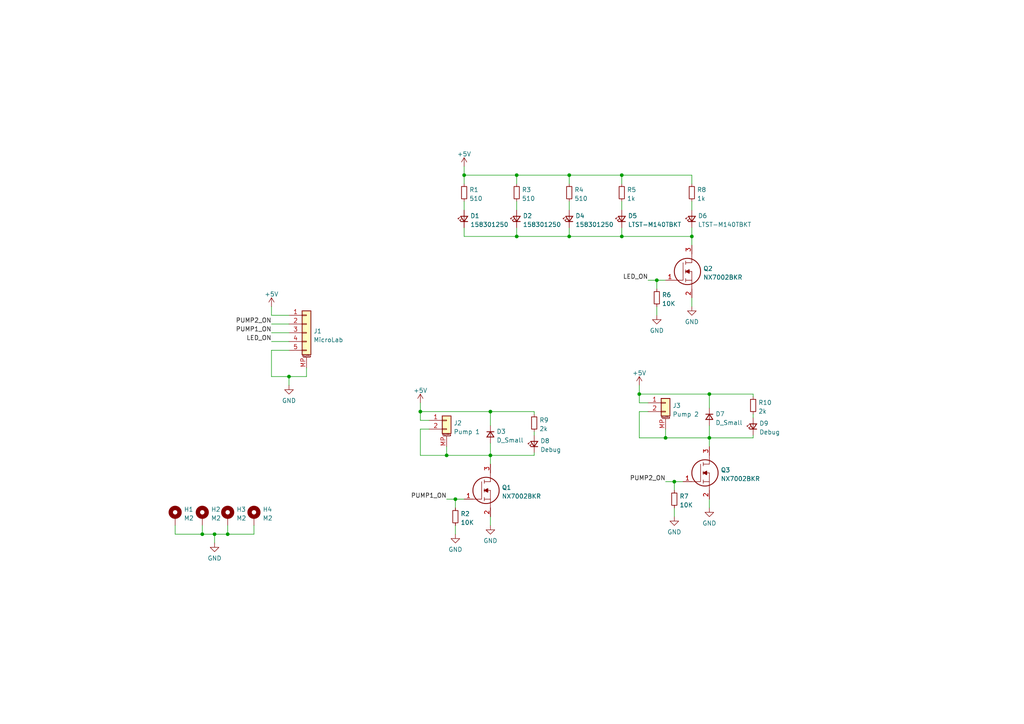
<source format=kicad_sch>
(kicad_sch (version 20230121) (generator eeschema)
  (paper "A4")
  (lib_symbols
    (symbol "Connector_Generic_MountingPin:Conn_01x02_MountingPin" (pin_names (offset 1.016) hide)
      (property "Reference" "J" (at 0 2.54 0))
      (property "Value" "Conn_01x02_MountingPin" (at 1.27 -5.08 0))
      (symbol "Conn_01x02_MountingPin_1_1"
        (rectangle (start -1.27 -2.413) (end 0 -2.667) (stroke (width 0.1524)))
        (rectangle (start -1.27 0.127) (end 0 -0.127) (stroke (width 0.1524)))
        (rectangle (start -1.27 1.27) (end 1.27 -3.81) (stroke (width 0.254)) (fill (type background)))
        (polyline (pts (xy -1.016 -4.572) (xy 1.016 -4.572)) (stroke (width 0.1524)))
        (text "Mounting" (at 0 -4.191 0) (effects (font (size 0.381 0.381))))
        (pin passive line (at -5.08 0 0) (length 3.81) (name "Pin_1") (number "1"))
        (pin passive line (at -5.08 -2.54 0) (length 3.81) (name "Pin_2") (number "2"))
        (pin passive line (at 0 -7.62 90) (length 3.048) (name "MountPin") (number "MP"))
      )
    )
    (symbol "Connector_Generic_MountingPin:Conn_01x05_MountingPin" (pin_names (offset 1.016) hide)
      (property "Reference" "J" (at 0 7.62 0))
      (property "Value" "Conn_01x05_MountingPin" (at 1.27 -7.62 0))
      (symbol "Conn_01x05_MountingPin_1_1"
        (rectangle (start -1.27 -4.953) (end 0 -5.207) (stroke (width 0.1524)))
        (rectangle (start -1.27 -2.413) (end 0 -2.667) (stroke (width 0.1524)))
        (rectangle (start -1.27 0.127) (end 0 -0.127) (stroke (width 0.1524)))
        (rectangle (start -1.27 2.667) (end 0 2.413) (stroke (width 0.1524)))
        (rectangle (start -1.27 5.207) (end 0 4.953) (stroke (width 0.1524)))
        (rectangle (start -1.27 6.35) (end 1.27 -6.35) (stroke (width 0.254)) (fill (type background)))
        (polyline (pts (xy -1.016 -7.112) (xy 1.016 -7.112)) (stroke (width 0.1524)))
        (text "Mounting" (at 0 -6.731 0) (effects (font (size 0.381 0.381))))
        (pin passive line (at -5.08 5.08 0) (length 3.81) (name "Pin_1") (number "1"))
        (pin passive line (at -5.08 2.54 0) (length 3.81) (name "Pin_2") (number "2"))
        (pin passive line (at -5.08 0 0) (length 3.81) (name "Pin_3") (number "3"))
        (pin passive line (at -5.08 -2.54 0) (length 3.81) (name "Pin_4") (number "4"))
        (pin passive line (at -5.08 -5.08 0) (length 3.81) (name "Pin_5") (number "5"))
        (pin passive line (at 0 -10.16 90) (length 3.048) (name "MountPin") (number "MP"))
      )
    )
    (symbol "Device:D_Small" (pin_numbers hide) (pin_names (offset 0.254) hide)
      (property "Reference" "D" (at -1.27 2.032 0))
      (property "Value" "D_Small" (at -3.81 -2.032 0))
      (symbol "D_Small_0_1"
        (polyline (pts (xy -0.762 -1.016) (xy -0.762 1.016)) (stroke (width 0.254)))
        (polyline (pts (xy -0.762 0) (xy 0.762 0)))
        (polyline (pts (xy 0.762 -1.016) (xy -0.762 0) (xy 0.762 1.016) (xy 0.762 -1.016)) (stroke (width 0.254)))
      )
      (symbol "D_Small_1_1"
        (pin passive line (at -2.54 0 0) (length 1.778) (name "K") (number "1"))
        (pin passive line (at 2.54 0 180) (length 1.778) (name "A") (number "2"))
      )
    )
    (symbol "Device:LED_Small" (pin_numbers hide) (pin_names (offset 0.254) hide)
      (property "Reference" "D" (at -1.27 3.175 0))
      (property "Value" "LED_Small" (at -4.445 -2.54 0))
      (symbol "LED_Small_0_1"
        (polyline (pts (xy -0.762 -1.016) (xy -0.762 1.016)) (stroke (width 0.254)))
        (polyline (pts (xy 1.016 0) (xy -0.762 0)))
        (polyline (pts (xy 0.762 -1.016) (xy -0.762 0) (xy 0.762 1.016) (xy 0.762 -1.016)) (stroke (width 0.254)))
        (polyline (pts (xy 0 0.762) (xy -0.508 1.27) (xy -0.254 1.27) (xy -0.508 1.27) (xy -0.508 1.016)))
        (polyline (pts (xy 0.508 1.27) (xy 0 1.778) (xy 0.254 1.778) (xy 0 1.778) (xy 0 1.524)))
      )
      (symbol "LED_Small_1_1"
        (pin passive line (at -2.54 0 0) (length 1.778) (name "K") (number "1"))
        (pin passive line (at 2.54 0 180) (length 1.778) (name "A") (number "2"))
      )
    )
    (symbol "Device:R_Small" (pin_numbers hide) (pin_names (offset 0.254) hide)
      (property "Reference" "R" (at 0.762 0.508 0))
      (property "Value" "R_Small" (at 0.762 -1.016 0))
      (symbol "R_Small_0_1"
        (rectangle (start -0.762 1.778) (end 0.762 -1.778) (stroke (width 0.2032)))
      )
      (symbol "R_Small_1_1"
        (pin passive line (at 0 2.54 270) (length 0.762) (name "~") (number "1"))
        (pin passive line (at 0 -2.54 90) (length 0.762) (name "~") (number "2"))
      )
    )
    (symbol "Mechanical:MountingHole_Pad" (pin_numbers hide) (pin_names (offset 1.016) hide)
      (property "Reference" "H" (at 0 6.35 0))
      (property "Value" "MountingHole_Pad" (at 0 4.445 0))
      (symbol "MountingHole_Pad_0_1"
        (circle (center 0 1.27) (radius 1.27) (stroke (width 1.27)))
      )
      (symbol "MountingHole_Pad_1_1"
        (pin input line (at 0 -2.54 90) (length 2.54) (name "1") (number "1"))
      )
    )
    (symbol "Mouser Parts:NX7002BKR" (pin_names (offset 0.762))
      (property "Reference" "Q" (at 11.43 3.81 0))
      (property "Value" "NX7002BKR" (at 11.43 1.27 0))
      (symbol "NX7002BKR_0_0"
        (pin passive line (at 0 0 0) (length 2.54) (name "~") (number "1"))
        (pin passive line (at 7.62 -5.08 90) (length 2.54) (name "~") (number "2"))
        (pin passive line (at 7.62 10.16 270) (length 2.54) (name "~") (number "3"))
      )
      (symbol "NX7002BKR_0_1"
        (polyline (pts (xy 5.842 -0.508) (xy 5.842 0.508)) (stroke (width 0.1524)))
        (polyline (pts (xy 5.842 0) (xy 7.62 0)) (stroke (width 0.1524)))
        (polyline (pts (xy 5.842 2.032) (xy 5.842 3.048)) (stroke (width 0.1524)))
        (polyline (pts (xy 5.842 5.588) (xy 5.842 4.572)) (stroke (width 0.1524)))
        (polyline (pts (xy 7.62 2.54) (xy 5.842 2.54)) (stroke (width 0.1524)))
        (polyline (pts (xy 7.62 2.54) (xy 7.62 -2.54)) (stroke (width 0.1524)))
        (polyline (pts (xy 7.62 5.08) (xy 5.842 5.08)) (stroke (width 0.1524)))
        (polyline (pts (xy 7.62 5.08) (xy 7.62 7.62)) (stroke (width 0.1524)))
        (polyline (pts (xy 2.54 0) (xy 5.08 0) (xy 5.08 5.08)) (stroke (width 0.1524)))
        (polyline (pts (xy 5.842 2.54) (xy 6.858 3.048) (xy 6.858 2.032) (xy 5.842 2.54)) (stroke (width 0.254)) (fill (type outline)))
        (circle (center 6.35 2.54) (radius 3.81) (stroke (width 0.254)))
      )
    )
    (symbol "power:+5V" (power) (pin_names (offset 0))
      (property "Value" "+5V" (at 0 3.556 0))
      (symbol "+5V_0_1"
        (polyline (pts (xy -0.762 1.27) (xy 0 2.54)))
        (polyline (pts (xy 0 0) (xy 0 2.54)))
        (polyline (pts (xy 0 2.54) (xy 0.762 1.27)))
      )
      (symbol "+5V_1_1"
        (pin power_in line (at 0 0 90) (length 0) hide (name "+5V") (number "1"))
      )
    )
    (symbol "power:GND" (power) (pin_names (offset 0))
      (property "Value" "GND" (at 0 -3.81 0))
      (symbol "GND_0_1"
        (polyline (pts (xy 0 0) (xy 0 -1.27) (xy 1.27 -1.27) (xy 0 -2.54) (xy -1.27 -1.27) (xy 0 -1.27)))
      )
      (symbol "GND_1_1"
        (pin power_in line (at 0 0 270) (length 0) hide (name "GND") (number "1"))
      )
    )
  )
  (junction (at 195.58 139.7))
  (junction (at 134.62 50.8))
  (junction (at 165.1 68.58))
  (junction (at 205.74 127))
  (junction (at 180.34 68.58))
  (junction (at 193.04 127))
  (junction (at 205.74 114.3))
  (junction (at 58.674 154.94))
  (junction (at 190.5 81.28))
  (junction (at 62.23 154.94))
  (junction (at 149.86 68.58))
  (junction (at 142.24 119.38))
  (junction (at 132.08 144.78))
  (junction (at 66.04 154.94))
  (junction (at 185.42 114.3))
  (junction (at 83.82 109.22))
  (junction (at 129.54 132.08))
  (junction (at 142.24 132.08))
  (junction (at 121.92 119.38))
  (junction (at 180.34 50.8))
  (junction (at 165.1 50.8))
  (junction (at 200.66 68.58))
  (junction (at 149.86 50.8))
  (wire (pts (xy 205.74 114.3) (xy 205.74 118.364)))
  (wire (pts (xy 165.1 50.8) (xy 180.34 50.8)))
  (wire (pts (xy 187.96 81.28) (xy 190.5 81.28)))
  (wire (pts (xy 134.62 68.58) (xy 149.86 68.58)))
  (wire (pts (xy 165.1 68.58) (xy 180.34 68.58)))
  (wire (pts (xy 193.04 139.7) (xy 195.58 139.7)))
  (wire (pts (xy 154.94 125.222) (xy 154.94 126.238)))
  (wire (pts (xy 58.674 154.94) (xy 62.23 154.94)))
  (wire (pts (xy 193.04 124.46) (xy 193.04 127)))
  (wire (pts (xy 142.24 119.38) (xy 142.24 123.444)))
  (wire (pts (xy 78.74 96.52) (xy 83.82 96.52)))
  (wire (pts (xy 142.24 119.38) (xy 154.94 119.38)))
  (wire (pts (xy 218.44 127) (xy 218.44 126.238)))
  (wire (pts (xy 132.08 152.4) (xy 132.08 154.94)))
  (wire (pts (xy 205.74 127) (xy 193.04 127)))
  (wire (pts (xy 200.66 68.58) (xy 200.66 71.12)))
  (wire (pts (xy 83.82 109.22) (xy 83.82 111.76)))
  (wire (pts (xy 88.9 109.22) (xy 88.9 106.68)))
  (wire (pts (xy 180.34 50.8) (xy 180.34 53.34)))
  (wire (pts (xy 149.86 66.04) (xy 149.86 68.58)))
  (wire (pts (xy 185.42 127) (xy 193.04 127)))
  (wire (pts (xy 200.66 86.36) (xy 200.66 88.9)))
  (wire (pts (xy 149.86 50.8) (xy 165.1 50.8)))
  (wire (pts (xy 185.42 119.38) (xy 187.96 119.38)))
  (wire (pts (xy 134.62 48.26) (xy 134.62 50.8)))
  (wire (pts (xy 205.74 127) (xy 218.44 127)))
  (wire (pts (xy 78.74 91.44) (xy 78.74 88.9)))
  (wire (pts (xy 78.74 93.98) (xy 83.82 93.98)))
  (wire (pts (xy 62.23 154.94) (xy 62.23 157.48)))
  (wire (pts (xy 165.1 66.04) (xy 165.1 68.58)))
  (wire (pts (xy 134.62 50.8) (xy 149.86 50.8)))
  (wire (pts (xy 58.674 152.4) (xy 58.674 154.94)))
  (wire (pts (xy 142.24 132.08) (xy 142.24 134.62)))
  (wire (pts (xy 78.74 101.6) (xy 78.74 109.22)))
  (wire (pts (xy 78.74 99.06) (xy 83.82 99.06)))
  (wire (pts (xy 142.24 149.86) (xy 142.24 152.4)))
  (wire (pts (xy 62.23 154.94) (xy 66.04 154.94)))
  (wire (pts (xy 218.44 115.062) (xy 218.44 114.3)))
  (wire (pts (xy 195.58 147.32) (xy 195.58 149.86)))
  (wire (pts (xy 121.92 116.84) (xy 121.92 119.38)))
  (wire (pts (xy 149.86 58.42) (xy 149.86 60.96)))
  (wire (pts (xy 185.42 119.38) (xy 185.42 127)))
  (wire (pts (xy 180.34 50.8) (xy 200.66 50.8)))
  (wire (pts (xy 200.66 66.04) (xy 200.66 68.58)))
  (wire (pts (xy 50.8 154.94) (xy 58.674 154.94)))
  (wire (pts (xy 66.04 152.4) (xy 66.04 154.94)))
  (wire (pts (xy 187.96 116.84) (xy 185.42 116.84)))
  (wire (pts (xy 180.34 68.58) (xy 200.66 68.58)))
  (wire (pts (xy 180.34 66.04) (xy 180.34 68.58)))
  (wire (pts (xy 134.62 50.8) (xy 134.62 53.34)))
  (wire (pts (xy 83.82 109.22) (xy 88.9 109.22)))
  (wire (pts (xy 121.92 119.38) (xy 121.92 121.92)))
  (wire (pts (xy 190.5 81.28) (xy 190.5 83.82)))
  (wire (pts (xy 142.24 119.38) (xy 121.92 119.38)))
  (wire (pts (xy 132.08 144.78) (xy 132.08 147.32)))
  (wire (pts (xy 124.46 121.92) (xy 121.92 121.92)))
  (wire (pts (xy 205.74 127) (xy 205.74 129.54)))
  (wire (pts (xy 129.54 129.54) (xy 129.54 132.08)))
  (wire (pts (xy 73.66 154.94) (xy 73.66 152.4)))
  (wire (pts (xy 134.62 66.04) (xy 134.62 68.58)))
  (wire (pts (xy 190.5 88.9) (xy 190.5 91.44)))
  (wire (pts (xy 78.74 109.22) (xy 83.82 109.22)))
  (wire (pts (xy 154.94 120.142) (xy 154.94 119.38)))
  (wire (pts (xy 165.1 50.8) (xy 165.1 53.34)))
  (wire (pts (xy 121.92 132.08) (xy 129.54 132.08)))
  (wire (pts (xy 185.42 114.3) (xy 185.42 116.84)))
  (wire (pts (xy 165.1 58.42) (xy 165.1 60.96)))
  (wire (pts (xy 142.24 132.08) (xy 154.94 132.08)))
  (wire (pts (xy 200.66 50.8) (xy 200.66 53.34)))
  (wire (pts (xy 154.94 132.08) (xy 154.94 131.318)))
  (wire (pts (xy 149.86 50.8) (xy 149.86 53.34)))
  (wire (pts (xy 149.86 68.58) (xy 165.1 68.58)))
  (wire (pts (xy 205.74 114.3) (xy 218.44 114.3)))
  (wire (pts (xy 200.66 58.42) (xy 200.66 60.96)))
  (wire (pts (xy 134.62 144.78) (xy 132.08 144.78)))
  (wire (pts (xy 205.74 123.444) (xy 205.74 127)))
  (wire (pts (xy 180.34 58.42) (xy 180.34 60.96)))
  (wire (pts (xy 205.74 144.78) (xy 205.74 147.32)))
  (wire (pts (xy 83.82 91.44) (xy 78.74 91.44)))
  (wire (pts (xy 198.12 139.7) (xy 195.58 139.7)))
  (wire (pts (xy 185.42 111.76) (xy 185.42 114.3)))
  (wire (pts (xy 129.54 144.78) (xy 132.08 144.78)))
  (wire (pts (xy 121.92 124.46) (xy 124.46 124.46)))
  (wire (pts (xy 121.92 124.46) (xy 121.92 132.08)))
  (wire (pts (xy 205.74 114.3) (xy 185.42 114.3)))
  (wire (pts (xy 134.62 58.42) (xy 134.62 60.96)))
  (wire (pts (xy 142.24 132.08) (xy 129.54 132.08)))
  (wire (pts (xy 193.04 81.28) (xy 190.5 81.28)))
  (wire (pts (xy 218.44 120.142) (xy 218.44 121.158)))
  (wire (pts (xy 66.04 154.94) (xy 73.66 154.94)))
  (wire (pts (xy 195.58 139.7) (xy 195.58 142.24)))
  (wire (pts (xy 142.24 128.524) (xy 142.24 132.08)))
  (wire (pts (xy 83.82 101.6) (xy 78.74 101.6)))
  (wire (pts (xy 50.8 152.4) (xy 50.8 154.94)))
  (label "LED_ON" (at 187.96 81.28 180))
  (label "PUMP2_ON" (at 193.04 139.7 180))
  (label "PUMP1_ON" (at 78.74 96.52 180))
  (label "PUMP2_ON" (at 78.74 93.98 180))
  (label "PUMP1_ON" (at 129.54 144.78 180))
  (label "LED_ON" (at 78.74 99.06 180))
  (symbol (lib_id "Device:R_Small") (at 195.58 144.78 0) (unit 1)
    (property "Reference" "R7" (at 197.0786 143.9453 0) (effects (justify left)))
    (property "Value" "10K" (at 197.0786 146.4822 0) (effects (justify left)))
    (property "Footprint" "Resistor_SMD:R_0402_1005Metric" (effects hide))
  )
  (symbol (lib_id "Mouser Parts:NX7002BKR") (at 193.04 81.28 0) (unit 1)
    (property "Reference" "Q2" (at 203.962 77.9053 0) (effects (justify left)))
    (property "Value" "NX7002BKR" (at 203.962 80.4422 0) (effects (justify left)))
    (property "Footprint" "Package_TO_SOT_SMD:SOT-23" (effects hide))
    (property "Datasheet" "https://assets.nexperia.com/documents/data-sheet/NX7002BK.pdf" (effects hide))
    (property "Description" "MOSFET 60V N-channel Trench MOSFET" (effects hide))
    (property "Height" "1.1" (effects hide))
    (property "Mouser Part Number" "771-NX7002BKR" (effects hide))
    (property "Mouser Price/Stock" "https://www.mouser.co.uk/ProductDetail/Nexperia/NX7002BKR?qs=rsevcuukUAxkxO5zIAFt0A%3D%3D" (effects hide))
    (property "Manufacturer_Name" "Nexperia" (effects hide))
    (property "Manufacturer_Part_Number" "NX7002BKR" (effects hide))
  )
  (symbol (lib_id "Connector_Generic_MountingPin:Conn_01x05_MountingPin") (at 88.9 96.52 0) (unit 1)
    (property "Reference" "J1" (at 90.932 96.0409 0) (effects (justify left)))
    (property "Value" "MicroLab" (at 90.932 98.5778 0) (effects (justify left)))
    (property "Footprint" "Connector_JST:JST_SH_BM05B-SRSS-TB_1x05-1MP_P1.00mm_Vertical" (effects hide))
  )
  (symbol (lib_id "power:+5V") (at 185.42 111.76 0) (unit 1)
    (property "Reference" "#PWR0106" (effects hide))
    (property "Value" "+5V" (at 185.42 108.1842 0))
  )
  (symbol (lib_id "Device:D_Small") (at 205.74 120.904 270) (unit 1)
    (property "Reference" "D7" (at 207.518 120.0693 90) (effects (justify left)))
    (property "Value" "D_Small" (at 207.518 122.6062 90) (effects (justify left)))
    (property "Footprint" "Diode_SMD:D_SOD-323_HandSoldering" (effects hide))
  )
  (symbol (lib_id "Device:D_Small") (at 142.24 125.984 270) (unit 1)
    (property "Reference" "D3" (at 144.018 125.1493 90) (effects (justify left)))
    (property "Value" "D_Small" (at 144.018 127.6862 90) (effects (justify left)))
    (property "Footprint" "Diode_SMD:D_SOD-323_HandSoldering" (effects hide))
  )
  (symbol (lib_id "Connector_Generic_MountingPin:Conn_01x02_MountingPin") (at 129.54 121.92 0) (unit 1)
    (property "Reference" "J2" (at 131.572 122.7109 0) (effects (justify left)))
    (property "Value" "Pump 1" (at 131.572 125.2478 0) (effects (justify left)))
    (property "Footprint" "Connector_JST:JST_SH_BM02B-SRSS-TB_1x02-1MP_P1.00mm_Vertical" (effects hide))
  )
  (symbol (lib_id "Device:LED_Small") (at 134.62 63.5 90) (unit 1)
    (property "Reference" "D1" (at 136.398 62.6018 90) (effects (justify right)))
    (property "Value" "158301250 " (at 136.398 65.1387 90) (effects (justify right)))
    (property "Footprint" "Mouser Parts:158301250" (effects hide))
  )
  (symbol (lib_id "power:GND") (at 132.08 154.94 0) (unit 1)
    (property "Reference" "#PWR0102" (effects hide))
    (property "Value" "GND" (at 132.08 159.3834 0))
  )
  (symbol (lib_id "Mouser Parts:NX7002BKR") (at 134.62 144.78 0) (unit 1)
    (property "Reference" "Q1" (at 145.542 141.4053 0) (effects (justify left)))
    (property "Value" "NX7002BKR" (at 145.542 143.9422 0) (effects (justify left)))
    (property "Footprint" "Package_TO_SOT_SMD:SOT-23" (effects hide))
    (property "Datasheet" "https://assets.nexperia.com/documents/data-sheet/NX7002BK.pdf" (effects hide))
    (property "Description" "MOSFET 60V N-channel Trench MOSFET" (effects hide))
    (property "Height" "1.1" (effects hide))
    (property "Mouser Part Number" "771-NX7002BKR" (effects hide))
    (property "Mouser Price/Stock" "https://www.mouser.co.uk/ProductDetail/Nexperia/NX7002BKR?qs=rsevcuukUAxkxO5zIAFt0A%3D%3D" (effects hide))
    (property "Manufacturer_Name" "Nexperia" (effects hide))
    (property "Manufacturer_Part_Number" "NX7002BKR" (effects hide))
  )
  (symbol (lib_id "Mechanical:MountingHole_Pad") (at 73.66 149.86 0) (unit 1)
    (property "Reference" "H4" (at 76.2 147.7553 0) (effects (justify left)))
    (property "Value" "M2" (at 76.2 150.2922 0) (effects (justify left)))
    (property "Footprint" "MountingHole:MountingHole_2.2mm_M2_DIN965_Pad_TopOnly" (effects hide))
  )
  (symbol (lib_id "Device:LED_Small") (at 154.94 128.778 90) (unit 1)
    (property "Reference" "D8" (at 156.718 127.8798 90) (effects (justify right)))
    (property "Value" "Debug" (at 156.718 130.4167 90) (effects (justify right)))
    (property "Footprint" "LED_SMD:LED_0402_1005Metric" (effects hide))
  )
  (symbol (lib_id "power:+5V") (at 78.74 88.9 0) (unit 1)
    (property "Reference" "#PWR0105" (effects hide))
    (property "Value" "+5V" (at 78.74 85.3242 0))
  )
  (symbol (lib_id "Connector_Generic_MountingPin:Conn_01x02_MountingPin") (at 193.04 116.84 0) (unit 1)
    (property "Reference" "J3" (at 195.072 117.6309 0) (effects (justify left)))
    (property "Value" "Pump 2" (at 195.072 120.1678 0) (effects (justify left)))
    (property "Footprint" "Connector_JST:JST_SH_BM02B-SRSS-TB_1x02-1MP_P1.00mm_Vertical" (effects hide))
  )
  (symbol (lib_id "Device:R_Small") (at 200.66 55.88 0) (unit 1)
    (property "Reference" "R8" (at 202.1586 55.0453 0) (effects (justify left)))
    (property "Value" "1k" (at 202.1586 57.5822 0) (effects (justify left)))
    (property "Footprint" "Resistor_SMD:R_0402_1005Metric" (effects hide))
  )
  (symbol (lib_id "Device:R_Small") (at 190.5 86.36 0) (unit 1)
    (property "Reference" "R6" (at 191.9986 85.5253 0) (effects (justify left)))
    (property "Value" "10K" (at 191.9986 88.0622 0) (effects (justify left)))
    (property "Footprint" "Resistor_SMD:R_0402_1005Metric" (effects hide))
  )
  (symbol (lib_id "Device:R_Small") (at 218.44 117.602 0) (unit 1)
    (property "Reference" "R10" (at 219.9386 116.7673 0) (effects (justify left)))
    (property "Value" "2k" (at 219.9386 119.3042 0) (effects (justify left)))
    (property "Footprint" "Resistor_SMD:R_0402_1005Metric" (effects hide))
  )
  (symbol (lib_id "Device:LED_Small") (at 180.34 63.5 90) (unit 1)
    (property "Reference" "D5" (at 182.118 62.6018 90) (effects (justify right)))
    (property "Value" "LTST-M140TBKT" (at 182.118 65.1387 90) (effects (justify right)))
    (property "Footprint" "Mouser Parts:LTST-M140TBKT" (effects hide))
  )
  (symbol (lib_id "Device:R_Small") (at 149.86 55.88 0) (unit 1)
    (property "Reference" "R3" (at 151.3586 55.0453 0) (effects (justify left)))
    (property "Value" "510" (at 151.3586 57.5822 0) (effects (justify left)))
    (property "Footprint" "Resistor_SMD:R_0402_1005Metric" (effects hide))
  )
  (symbol (lib_id "Device:LED_Small") (at 165.1 63.5 90) (unit 1)
    (property "Reference" "D4" (at 166.878 62.6018 90) (effects (justify right)))
    (property "Value" "158301250 " (at 166.878 65.1387 90) (effects (justify right)))
    (property "Footprint" "Mouser Parts:158301250" (effects hide))
  )
  (symbol (lib_id "power:GND") (at 62.23 157.48 0) (unit 1)
    (property "Reference" "#PWR0112" (effects hide))
    (property "Value" "GND" (at 62.23 161.9234 0))
  )
  (symbol (lib_id "Mechanical:MountingHole_Pad") (at 66.04 149.86 0) (unit 1)
    (property "Reference" "H3" (at 68.58 147.7553 0) (effects (justify left)))
    (property "Value" "M2" (at 68.58 150.2922 0) (effects (justify left)))
    (property "Footprint" "MountingHole:MountingHole_2.2mm_M2_DIN965_Pad_TopOnly" (effects hide))
  )
  (symbol (lib_id "power:GND") (at 200.66 88.9 0) (unit 1)
    (property "Reference" "#PWR0110" (effects hide))
    (property "Value" "GND" (at 200.66 93.3434 0))
  )
  (symbol (lib_id "power:GND") (at 83.82 111.76 0) (unit 1)
    (property "Reference" "#PWR0104" (effects hide))
    (property "Value" "GND" (at 83.82 116.2034 0))
  )
  (symbol (lib_id "power:GND") (at 205.74 147.32 0) (unit 1)
    (property "Reference" "#PWR0108" (effects hide))
    (property "Value" "GND" (at 205.74 151.7634 0))
  )
  (symbol (lib_id "Device:LED_Small") (at 200.66 63.5 90) (unit 1)
    (property "Reference" "D6" (at 202.438 62.6018 90) (effects (justify right)))
    (property "Value" "LTST-M140TBKT" (at 202.438 65.1387 90) (effects (justify right)))
    (property "Footprint" "Mouser Parts:LTST-M140TBKT" (effects hide))
  )
  (symbol (lib_id "Device:R_Small") (at 180.34 55.88 0) (unit 1)
    (property "Reference" "R5" (at 181.8386 55.0453 0) (effects (justify left)))
    (property "Value" "1k" (at 181.8386 57.5822 0) (effects (justify left)))
    (property "Footprint" "Resistor_SMD:R_0402_1005Metric" (effects hide))
  )
  (symbol (lib_id "power:+5V") (at 121.92 116.84 0) (unit 1)
    (property "Reference" "#PWR0101" (effects hide))
    (property "Value" "+5V" (at 121.92 113.2642 0))
  )
  (symbol (lib_id "Device:R_Small") (at 132.08 149.86 0) (unit 1)
    (property "Reference" "R2" (at 133.5786 149.0253 0) (effects (justify left)))
    (property "Value" "10K" (at 133.5786 151.5622 0) (effects (justify left)))
    (property "Footprint" "Resistor_SMD:R_0402_1005Metric" (effects hide))
  )
  (symbol (lib_id "power:GND") (at 142.24 152.4 0) (unit 1)
    (property "Reference" "#PWR0103" (effects hide))
    (property "Value" "GND" (at 142.24 156.8434 0))
  )
  (symbol (lib_id "Device:LED_Small") (at 218.44 123.698 90) (unit 1)
    (property "Reference" "D9" (at 220.218 122.7998 90) (effects (justify right)))
    (property "Value" "Debug" (at 220.218 125.3367 90) (effects (justify right)))
    (property "Footprint" "LED_SMD:LED_0402_1005Metric" (effects hide))
  )
  (symbol (lib_id "Device:R_Small") (at 134.62 55.88 0) (unit 1)
    (property "Reference" "R1" (at 136.1186 55.0453 0) (effects (justify left)))
    (property "Value" "510" (at 136.1186 57.5822 0) (effects (justify left)))
    (property "Footprint" "Resistor_SMD:R_0402_1005Metric" (effects hide))
  )
  (symbol (lib_id "power:GND") (at 190.5 91.44 0) (unit 1)
    (property "Reference" "#PWR0111" (effects hide))
    (property "Value" "GND" (at 190.5 95.8834 0))
  )
  (symbol (lib_id "Device:R_Small") (at 165.1 55.88 0) (unit 1)
    (property "Reference" "R4" (at 166.5986 55.0453 0) (effects (justify left)))
    (property "Value" "510" (at 166.5986 57.5822 0) (effects (justify left)))
    (property "Footprint" "Resistor_SMD:R_0402_1005Metric" (effects hide))
  )
  (symbol (lib_id "power:GND") (at 195.58 149.86 0) (unit 1)
    (property "Reference" "#PWR0107" (effects hide))
    (property "Value" "GND" (at 195.58 154.3034 0))
  )
  (symbol (lib_id "Device:LED_Small") (at 149.86 63.5 90) (unit 1)
    (property "Reference" "D2" (at 151.638 62.6018 90) (effects (justify right)))
    (property "Value" "158301250 " (at 151.638 65.1387 90) (effects (justify right)))
    (property "Footprint" "Mouser Parts:158301250" (effects hide))
  )
  (symbol (lib_id "Device:R_Small") (at 154.94 122.682 0) (unit 1)
    (property "Reference" "R9" (at 156.4386 121.8473 0) (effects (justify left)))
    (property "Value" "2k" (at 156.4386 124.3842 0) (effects (justify left)))
    (property "Footprint" "Resistor_SMD:R_0402_1005Metric" (effects hide))
  )
  (symbol (lib_id "Mouser Parts:NX7002BKR") (at 198.12 139.7 0) (unit 1)
    (property "Reference" "Q3" (at 209.042 136.3253 0) (effects (justify left)))
    (property "Value" "NX7002BKR" (at 209.042 138.8622 0) (effects (justify left)))
    (property "Footprint" "Package_TO_SOT_SMD:SOT-23" (effects hide))
    (property "Datasheet" "https://assets.nexperia.com/documents/data-sheet/NX7002BK.pdf" (effects hide))
    (property "Description" "MOSFET 60V N-channel Trench MOSFET" (effects hide))
    (property "Height" "1.1" (effects hide))
    (property "Mouser Part Number" "771-NX7002BKR" (effects hide))
    (property "Mouser Price/Stock" "https://www.mouser.co.uk/ProductDetail/Nexperia/NX7002BKR?qs=rsevcuukUAxkxO5zIAFt0A%3D%3D" (effects hide))
    (property "Manufacturer_Name" "Nexperia" (effects hide))
    (property "Manufacturer_Part_Number" "NX7002BKR" (effects hide))
  )
  (symbol (lib_id "power:+5V") (at 134.62 48.26 0) (unit 1)
    (property "Reference" "#PWR0109" (effects hide))
    (property "Value" "+5V" (at 134.62 44.6842 0))
  )
  (symbol (lib_id "Mechanical:MountingHole_Pad") (at 50.8 149.86 0) (unit 1)
    (property "Reference" "H1" (at 53.34 147.7553 0) (effects (justify left)))
    (property "Value" "M2" (at 53.34 150.2922 0) (effects (justify left)))
    (property "Footprint" "MountingHole:MountingHole_2.2mm_M2_DIN965_Pad_TopOnly" (effects hide))
  )
  (symbol (lib_id "Mechanical:MountingHole_Pad") (at 58.674 149.86 0) (unit 1)
    (property "Reference" "H2" (at 61.214 147.7553 0) (effects (justify left)))
    (property "Value" "M2" (at 61.214 150.2922 0) (effects (justify left)))
    (property "Footprint" "MountingHole:MountingHole_2.2mm_M2_DIN965_Pad_TopOnly" (effects hide))
  )
)
</source>
